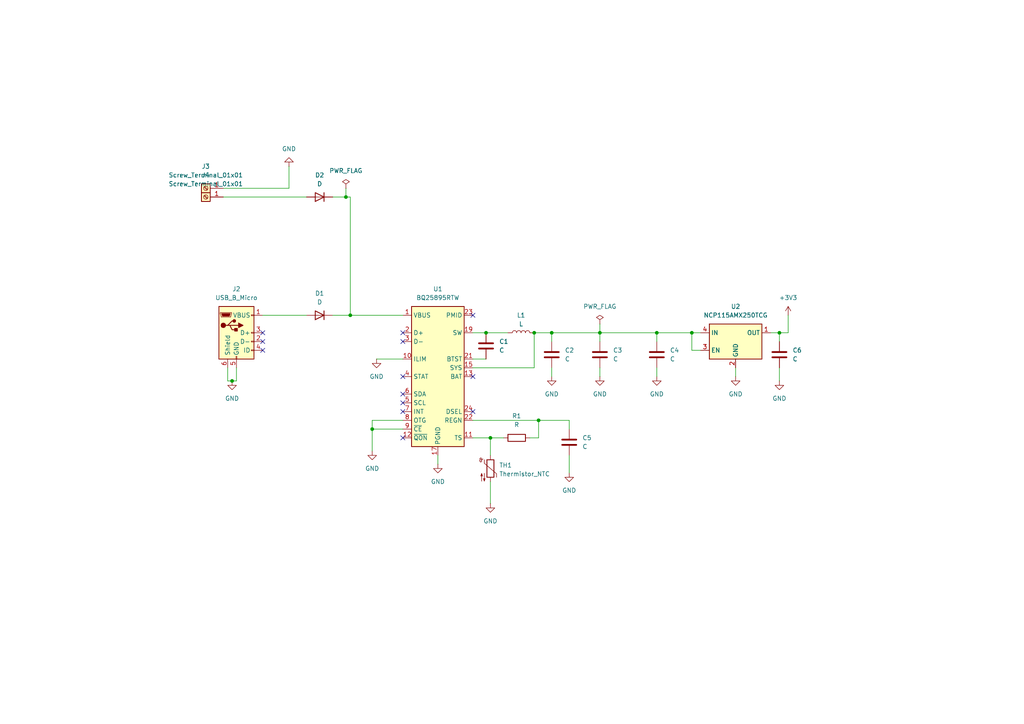
<source format=kicad_sch>
(kicad_sch (version 20250114) (generator "eeschema") (generator_version "9.0")
  (paper "A4")
  (lib_symbols
    (symbol "Battery_Management:BQ25895RTW"
      (property "Reference" "U" (at -5.08 22.86 0))
      (property "Value" "BQ25895RTW" (at 5.08 22.86 0))
      (symbol "BQ25895RTW_0_1"
        (rectangle (start -7.62 20.32) (end 7.62 -20.32) (stroke (width 0.254)) (fill (type background)))
      )
      (symbol "BQ25895RTW_1_1"
        (pin power_in line (at -10.16 17.78 0) (length 2.54) (name "VBUS") (number "1"))
        (pin bidirectional line (at -10.16 12.7 0) (length 2.54) (name "D+") (number "2"))
        (pin bidirectional line (at -10.16 10.16 0) (length 2.54) (name "D-") (number "3"))
        (pin passive line (at -10.16 5.08 0) (length 2.54) (name "ILIM") (number "10"))
        (pin open_collector line (at -10.16 0 0) (length 2.54) (name "STAT") (number "4"))
        (pin bidirectional line (at -10.16 -5.08 0) (length 2.54) (name "SDA") (number "6"))
        (pin input line (at -10.16 -7.62 0) (length 2.54) (name "SCL") (number "5"))
        (pin open_collector line (at -10.16 -10.16 0) (length 2.54) (name "INT") (number "7"))
        (pin input line (at -10.16 -12.7 0) (length 2.54) (name "OTG") (number "8"))
        (pin input line (at -10.16 -15.24 0) (length 2.54) (name "~{CE}") (number "9"))
        (pin input line (at -10.16 -17.78 0) (length 2.54) (name "~{QON}") (number "12"))
        (pin power_in line (at 0 -22.86 90) (length 2.54) (name "PGND") (number "17"))
        (pin passive line (at 0 -22.86 90) (length 2.54) (hide yes) (name "PGND") (number "18"))
        (pin passive line (at 0 -22.86 90) (length 2.54) (hide yes) (name "PGND") (number "25"))
        (pin power_out line (at 10.16 17.78 180) (length 2.54) (name "PMID") (number "23"))
        (pin power_out line (at 10.16 12.7 180) (length 2.54) (name "SW") (number "19"))
        (pin passive line (at 10.16 12.7 180) (length 2.54) (hide yes) (name "SW") (number "20"))
        (pin passive line (at 10.16 5.08 180) (length 2.54) (name "BTST") (number "21"))
        (pin passive line (at 10.16 2.54 180) (length 2.54) (name "SYS") (number "15"))
        (pin passive line (at 10.16 2.54 180) (length 2.54) (hide yes) (name "SYS") (number "16"))
        (pin passive line (at 10.16 0 180) (length 2.54) (name "BAT") (number "13"))
        (pin passive line (at 10.16 0 180) (length 2.54) (hide yes) (name "BAT") (number "14"))
        (pin open_collector line (at 10.16 -10.16 180) (length 2.54) (name "DSEL") (number "24"))
        (pin passive line (at 10.16 -12.7 180) (length 2.54) (name "REGN") (number "22"))
        (pin passive line (at 10.16 -17.78 180) (length 2.54) (name "TS") (number "11"))
      )
    )
    (symbol "Connector:Screw_Terminal_01x01" (pin_names (offset 1.016) (hide yes))
      (property "Reference" "J" (at 0 2.54 0))
      (property "Value" "Screw_Terminal_01x01" (at 0 -2.54 0))
      (symbol "Screw_Terminal_01x01_1_1"
        (rectangle (start -1.27 1.27) (end 1.27 -1.27) (stroke (width 0.254)) (fill (type background)))
        (polyline (pts (xy -0.5334 0.3302) (xy 0.3302 -0.508)) (stroke (width 0.1524)))
        (polyline (pts (xy -0.3556 0.508) (xy 0.508 -0.3302)) (stroke (width 0.1524)))
        (circle (center 0 0) (radius 0.635) (stroke (width 0.1524)))
        (pin passive line (at -5.08 0 0) (length 3.81) (name "Pin_1") (number "1"))
      )
    )
    (symbol "Connector:USB_B_Micro" (pin_names (offset 1.016))
      (property "Reference" "J" (at -5.08 11.43 0))
      (property "Value" "USB_B_Micro" (at -5.08 8.89 0))
      (symbol "USB_B_Micro_0_1"
        (rectangle (start -5.08 -7.62) (end 5.08 7.62) (stroke (width 0.254)) (fill (type background)))
        (polyline (pts (xy -4.699 5.842) (xy -4.699 5.588) (xy -4.445 4.826) (xy -4.445 4.572) (xy -1.651 4.572) (xy -1.651 4.826) (xy -1.397 5.588) (xy -1.397 5.842) (xy -4.699 5.842)))
        (polyline (pts (xy -4.318 5.588) (xy -1.778 5.588) (xy -2.032 4.826) (xy -4.064 4.826) (xy -4.318 5.588)) (fill (type outline)))
        (circle (center -3.81 2.159) (radius 0.635) (stroke (width 0.254)) (fill (type outline)))
        (polyline (pts (xy -3.175 2.159) (xy -2.54 2.159) (xy -1.27 3.429) (xy -0.635 3.429)) (stroke (width 0.254)))
        (polyline (pts (xy -2.54 2.159) (xy -1.905 2.159) (xy -1.27 0.889) (xy 0 0.889)) (stroke (width 0.254)))
        (polyline (pts (xy -1.905 2.159) (xy 0.635 2.159)) (stroke (width 0.254)))
        (circle (center -0.635 3.429) (radius 0.381) (stroke (width 0.254)) (fill (type outline)))
        (rectangle (start -0.127 -7.62) (end 0.127 -6.858))
        (rectangle (start 0.254 1.27) (end -0.508 0.508) (stroke (width 0.254)) (fill (type outline)))
        (polyline (pts (xy 0.635 2.794) (xy 0.635 1.524) (xy 1.905 2.159) (xy 0.635 2.794)) (stroke (width 0.254)) (fill (type outline)))
        (rectangle (start 5.08 4.953) (end 4.318 5.207))
        (rectangle (start 5.08 -0.127) (end 4.318 0.127))
        (rectangle (start 5.08 -2.667) (end 4.318 -2.413))
        (rectangle (start 5.08 -5.207) (end 4.318 -4.953))
      )
      (symbol "USB_B_Micro_1_1"
        (pin passive line (at -2.54 -10.16 90) (length 2.54) (name "Shield") (number "6"))
        (pin power_out line (at 0 -10.16 90) (length 2.54) (name "GND") (number "5"))
        (pin power_out line (at 7.62 5.08 180) (length 2.54) (name "VBUS") (number "1"))
        (pin bidirectional line (at 7.62 0 180) (length 2.54) (name "D+") (number "3"))
        (pin bidirectional line (at 7.62 -2.54 180) (length 2.54) (name "D-") (number "2"))
        (pin passive line (at 7.62 -5.08 180) (length 2.54) (name "ID") (number "4"))
      )
    )
    (symbol "Device:C" (pin_numbers (hide yes)) (pin_names (offset 0.254))
      (property "Reference" "C" (at 0.635 2.54 0))
      (property "Value" "C" (at 0.635 -2.54 0))
      (symbol "C_0_1"
        (polyline (pts (xy -2.032 0.762) (xy 2.032 0.762)) (stroke (width 0.508)))
        (polyline (pts (xy -2.032 -0.762) (xy 2.032 -0.762)) (stroke (width 0.508)))
      )
      (symbol "C_1_1"
        (pin passive line (at 0 3.81 270) (length 2.794) (name "~") (number "1"))
        (pin passive line (at 0 -3.81 90) (length 2.794) (name "~") (number "2"))
      )
    )
    (symbol "Device:D" (pin_numbers (hide yes)) (pin_names (offset 1.016) (hide yes))
      (property "Reference" "D" (at 0 2.54 0))
      (property "Value" "D" (at 0 -2.54 0))
      (symbol "D_0_1"
        (polyline (pts (xy -1.27 1.27) (xy -1.27 -1.27)) (stroke (width 0.254)))
        (polyline (pts (xy 1.27 1.27) (xy 1.27 -1.27) (xy -1.27 0) (xy 1.27 1.27)) (stroke (width 0.254)))
        (polyline (pts (xy 1.27 0) (xy -1.27 0)))
      )
      (symbol "D_1_1"
        (pin passive line (at -3.81 0 0) (length 2.54) (name "K") (number "1"))
        (pin passive line (at 3.81 0 180) (length 2.54) (name "A") (number "2"))
      )
    )
    (symbol "Device:L" (pin_numbers (hide yes)) (pin_names (offset 1.016) (hide yes))
      (property "Reference" "L" (at -1.27 0 90))
      (property "Value" "L" (at 1.905 0 90))
      (symbol "L_0_1"
        (arc (start 0 2.54) (mid 0.6323 1.905) (end 0 1.27))
        (arc (start 0 1.27) (mid 0.6323 0.635) (end 0 0))
        (arc (start 0 0) (mid 0.6323 -0.635) (end 0 -1.27))
        (arc (start 0 -1.27) (mid 0.6323 -1.905) (end 0 -2.54))
      )
      (symbol "L_1_1"
        (pin passive line (at 0 3.81 270) (length 1.27) (name "1") (number "1"))
        (pin passive line (at 0 -3.81 90) (length 1.27) (name "2") (number "2"))
      )
    )
    (symbol "Device:R" (pin_numbers (hide yes)) (pin_names (offset 0))
      (property "Reference" "R" (at 2.032 0 90))
      (property "Value" "R" (at 0 0 90))
      (symbol "R_0_1"
        (rectangle (start -1.016 -2.54) (end 1.016 2.54) (stroke (width 0.254)))
      )
      (symbol "R_1_1"
        (pin passive line (at 0 3.81 270) (length 1.27) (name "~") (number "1"))
        (pin passive line (at 0 -3.81 90) (length 1.27) (name "~") (number "2"))
      )
    )
    (symbol "Device:Thermistor_NTC" (pin_numbers (hide yes)) (pin_names (offset 0))
      (property "Reference" "TH" (at -4.445 0 90))
      (property "Value" "Thermistor_NTC" (at 3.175 0 90))
      (symbol "Thermistor_NTC_0_1"
        (arc (start -3.175 2.413) (mid -3.0506 2.3165) (end -3.048 2.159))
        (arc (start -3.048 2.794) (mid -2.9736 2.9736) (end -2.794 3.048))
        (arc (start -2.794 3.048) (mid -2.6144 2.9736) (end -2.54 2.794))
        (arc (start -2.794 2.54) (mid -2.9736 2.6144) (end -3.048 2.794))
        (arc (start -2.794 1.905) (mid -2.9736 1.9794) (end -3.048 2.159))
        (arc (start -2.54 2.159) (mid -2.6144 1.9794) (end -2.794 1.905))
        (arc (start -2.159 2.794) (mid -2.434 2.5608) (end -2.794 2.54))
        (polyline (pts (xy -2.54 2.159) (xy -2.54 2.794)))
        (polyline (pts (xy -2.54 -3.683) (xy -2.54 -1.397) (xy -2.794 -2.159) (xy -2.286 -2.159) (xy -2.54 -1.397) (xy -2.54 -1.651)) (fill (type outline)))
        (polyline (pts (xy -1.778 2.54) (xy -1.778 1.524) (xy 1.778 -1.524) (xy 1.778 -2.54)))
        (polyline (pts (xy -1.778 -1.397) (xy -1.778 -3.683) (xy -2.032 -2.921) (xy -1.524 -2.921) (xy -1.778 -3.683) (xy -1.778 -3.429)) (fill (type outline)))
        (rectangle (start -1.016 2.54) (end 1.016 -2.54) (stroke (width 0.254)))
      )
      (symbol "Thermistor_NTC_1_1"
        (pin passive line (at 0 3.81 270) (length 1.27) (name "~") (number "1"))
        (pin passive line (at 0 -3.81 90) (length 1.27) (name "~") (number "2"))
      )
    )
    (symbol "Regulator_Linear:NCP115AMX250TCG"
      (property "Reference" "U" (at 2.54 10.16 0))
      (property "Value" "NCP115AMX250TCG" (at 10.16 7.62 0))
      (symbol "NCP115AMX250TCG_0_1"
        (rectangle (start -7.62 5.08) (end 7.62 -5.08) (stroke (width 0.254)) (fill (type background)))
      )
      (symbol "NCP115AMX250TCG_1_1"
        (pin power_in line (at -10.16 2.54 0) (length 2.54) (name "IN") (number "4"))
        (pin input line (at -10.16 -2.54 0) (length 2.54) (name "EN") (number "3"))
        (pin power_in line (at 0 -7.62 90) (length 2.54) (name "GND") (number "2"))
        (pin passive line (at 0 -7.62 90) (length 2.54) (hide yes) (name "GND") (number "5"))
        (pin power_out line (at 10.16 2.54 180) (length 2.54) (name "OUT") (number "1"))
      )
    )
    (symbol "power:+3V3" (power) (pin_numbers (hide yes)) (pin_names (offset 0) (hide yes))
      (property "Value" "+3V3" (at 0 3.556 0))
      (symbol "+3V3_0_1"
        (polyline (pts (xy -0.762 1.27) (xy 0 2.54)))
        (polyline (pts (xy 0 2.54) (xy 0.762 1.27)))
        (polyline (pts (xy 0 0) (xy 0 2.54)))
      )
      (symbol "+3V3_1_1"
        (pin power_in line (at 0 0 90) (length 0) (name "~") (number "1"))
      )
    )
    (symbol "power:GND" (power) (pin_numbers (hide yes)) (pin_names (offset 0) (hide yes))
      (property "Value" "GND" (at 0 -3.81 0))
      (symbol "GND_0_1"
        (polyline (pts (xy 0 0) (xy 0 -1.27) (xy 1.27 -1.27) (xy 0 -2.54) (xy -1.27 -1.27) (xy 0 -1.27)))
      )
      (symbol "GND_1_1"
        (pin power_in line (at 0 0 270) (length 0) (name "~") (number "1"))
      )
    )
    (symbol "power:PWR_FLAG" (power) (pin_numbers (hide yes)) (pin_names (offset 0) (hide yes))
      (property "Value" "PWR_FLAG" (at 0 3.81 0))
      (symbol "PWR_FLAG_0_0"
        (pin power_out line (at 0 0 90) (length 0) (name "~") (number "1"))
      )
      (symbol "PWR_FLAG_0_1"
        (polyline (pts (xy 0 0) (xy 0 1.27) (xy -1.016 1.905) (xy 0 2.54) (xy 1.016 1.905) (xy 0 1.27)))
      )
    )
  )
  (junction (at 101.6 91.44))
  (junction (at 160.02 96.52))
  (junction (at 154.94 96.52))
  (junction (at 190.5 96.52))
  (junction (at 67.31 110.49))
  (junction (at 142.24 127))
  (junction (at 156.21 121.92))
  (junction (at 200.66 96.52))
  (junction (at 140.97 96.52))
  (junction (at 226.06 96.52))
  (junction (at 173.99 96.52))
  (junction (at 100.33 57.15))
  (junction (at 107.95 124.46))
  (no_connect (at 137.16 91.44))
  (no_connect (at 116.84 109.22))
  (no_connect (at 116.84 127))
  (no_connect (at 116.84 99.06))
  (no_connect (at 137.16 119.38))
  (no_connect (at 76.2 101.6))
  (no_connect (at 76.2 96.52))
  (no_connect (at 116.84 114.3))
  (no_connect (at 76.2 99.06))
  (no_connect (at 137.16 109.22))
  (no_connect (at 116.84 96.52))
  (no_connect (at 116.84 119.38))
  (no_connect (at 116.84 116.84))
  (wire (pts (xy 213.36 106.68) (xy 213.36 109.22)))
  (wire (pts (xy 66.04 106.68) (xy 66.04 110.49)))
  (wire (pts (xy 101.6 57.15) (xy 101.6 91.44)))
  (wire (pts (xy 226.06 106.68) (xy 226.06 110.49)))
  (wire (pts (xy 173.99 99.06) (xy 173.99 96.52)))
  (wire (pts (xy 116.84 124.46) (xy 107.95 124.46)))
  (wire (pts (xy 107.95 121.92) (xy 107.95 124.46)))
  (wire (pts (xy 140.97 96.52) (xy 147.32 96.52)))
  (wire (pts (xy 83.82 54.61) (xy 83.82 48.26)))
  (wire (pts (xy 64.77 54.61) (xy 83.82 54.61)))
  (wire (pts (xy 173.99 93.98) (xy 173.99 96.52)))
  (wire (pts (xy 203.2 101.6) (xy 200.66 101.6)))
  (wire (pts (xy 156.21 121.92) (xy 165.1 121.92)))
  (wire (pts (xy 137.16 127) (xy 142.24 127)))
  (wire (pts (xy 160.02 106.68) (xy 160.02 109.22)))
  (wire (pts (xy 137.16 106.68) (xy 154.94 106.68)))
  (wire (pts (xy 137.16 96.52) (xy 140.97 96.52)))
  (wire (pts (xy 96.52 57.15) (xy 100.33 57.15)))
  (wire (pts (xy 190.5 96.52) (xy 200.66 96.52)))
  (wire (pts (xy 137.16 104.14) (xy 140.97 104.14)))
  (wire (pts (xy 154.94 106.68) (xy 154.94 96.52)))
  (wire (pts (xy 153.67 127) (xy 156.21 127)))
  (wire (pts (xy 156.21 127) (xy 156.21 121.92)))
  (wire (pts (xy 223.52 96.52) (xy 226.06 96.52)))
  (wire (pts (xy 226.06 96.52) (xy 226.06 99.06)))
  (wire (pts (xy 228.6 96.52) (xy 228.6 91.44)))
  (wire (pts (xy 64.77 57.15) (xy 88.9 57.15)))
  (wire (pts (xy 160.02 96.52) (xy 173.99 96.52)))
  (wire (pts (xy 100.33 54.61) (xy 100.33 57.15)))
  (wire (pts (xy 116.84 121.92) (xy 107.95 121.92)))
  (wire (pts (xy 142.24 127) (xy 146.05 127)))
  (wire (pts (xy 76.2 91.44) (xy 88.9 91.44)))
  (wire (pts (xy 101.6 91.44) (xy 116.84 91.44)))
  (wire (pts (xy 67.31 110.49) (xy 68.58 110.49)))
  (wire (pts (xy 190.5 106.68) (xy 190.5 109.22)))
  (wire (pts (xy 142.24 127) (xy 142.24 132.08)))
  (wire (pts (xy 66.04 110.49) (xy 67.31 110.49)))
  (wire (pts (xy 100.33 57.15) (xy 101.6 57.15)))
  (wire (pts (xy 96.52 91.44) (xy 101.6 91.44)))
  (wire (pts (xy 190.5 96.52) (xy 190.5 99.06)))
  (wire (pts (xy 173.99 96.52) (xy 190.5 96.52)))
  (wire (pts (xy 142.24 139.7) (xy 142.24 146.05)))
  (wire (pts (xy 200.66 96.52) (xy 203.2 96.52)))
  (wire (pts (xy 173.99 106.68) (xy 173.99 109.22)))
  (wire (pts (xy 165.1 121.92) (xy 165.1 124.46)))
  (wire (pts (xy 109.22 104.14) (xy 116.84 104.14)))
  (wire (pts (xy 137.16 121.92) (xy 156.21 121.92)))
  (wire (pts (xy 226.06 96.52) (xy 228.6 96.52)))
  (wire (pts (xy 68.58 110.49) (xy 68.58 106.68)))
  (wire (pts (xy 165.1 132.08) (xy 165.1 137.16)))
  (wire (pts (xy 200.66 101.6) (xy 200.66 96.52)))
  (wire (pts (xy 127 132.08) (xy 127 134.62)))
  (wire (pts (xy 160.02 96.52) (xy 160.02 99.06)))
  (wire (pts (xy 107.95 124.46) (xy 107.95 130.81)))
  (wire (pts (xy 154.94 96.52) (xy 160.02 96.52)))
  (symbol (lib_id "power:GND") (at 213.36 109.22 0) (unit 1)
    (property "Reference" "#PWR010" (effects (hide yes)))
    (property "Value" "GND" (at 213.36 114.3 0))
    (property "Description" "Power symbol creates a global label with name \"GND\" , ground" (effects (hide yes)))
  )
  (symbol (lib_id "Device:L") (at 151.13 96.52 90) (unit 1)
    (property "Reference" "L1" (at 151.13 91.44 90))
    (property "Value" "L" (at 151.13 93.98 90))
    (property "Footprint" "Inductor_SMD:L_12x12mm_H8mm" (effects (hide yes)))
    (property "Description" "Inductor" (effects (hide yes)))
  )
  (symbol (lib_id "power:PWR_FLAG") (at 100.33 54.61 0) (unit 1)
    (property "Reference" "#FLG01" (effects (hide yes)))
    (property "Value" "PWR_FLAG" (at 100.33 49.53 0))
    (property "Description" "Special symbol for telling ERC where power comes from" (effects (hide yes)))
  )
  (symbol (lib_id "power:GND") (at 165.1 137.16 0) (unit 1)
    (property "Reference" "#PWR06" (effects (hide yes)))
    (property "Value" "GND" (at 165.1 142.24 0))
    (property "Description" "Power symbol creates a global label with name \"GND\" , ground" (effects (hide yes)))
  )
  (symbol (lib_id "power:GND") (at 83.82 48.26 180) (unit 1)
    (property "Reference" "#PWR01" (effects (hide yes)))
    (property "Value" "GND" (at 83.82 43.18 0))
    (property "Description" "Power symbol creates a global label with name \"GND\" , ground" (effects (hide yes)))
  )
  (symbol (lib_id "Device:C") (at 190.5 102.87 0) (unit 1)
    (property "Reference" "C4" (at 194.31 101.5999 0) (effects (justify left)))
    (property "Value" "C" (at 194.31 104.1399 0) (effects (justify left)))
    (property "Footprint" "Capacitor_SMD:C_0805_2012Metric" (effects (hide yes)))
    (property "Description" "Unpolarized capacitor" (effects (hide yes)))
  )
  (symbol (lib_id "power:GND") (at 67.31 110.49 0) (unit 1)
    (property "Reference" "#PWR02" (effects (hide yes)))
    (property "Value" "GND" (at 67.31 115.57 0))
    (property "Description" "Power symbol creates a global label with name \"GND\" , ground" (effects (hide yes)))
  )
  (symbol (lib_id "power:GND") (at 142.24 146.05 0) (unit 1)
    (property "Reference" "#PWR05" (effects (hide yes)))
    (property "Value" "GND" (at 142.24 151.13 0))
    (property "Description" "Power symbol creates a global label with name \"GND\" , ground" (effects (hide yes)))
  )
  (symbol (lib_id "power:GND") (at 173.99 109.22 0) (unit 1)
    (property "Reference" "#PWR08" (effects (hide yes)))
    (property "Value" "GND" (at 173.99 114.3 0))
    (property "Description" "Power symbol creates a global label with name \"GND\" , ground" (effects (hide yes)))
  )
  (symbol (lib_id "power:GND") (at 190.5 109.22 0) (unit 1)
    (property "Reference" "#PWR09" (effects (hide yes)))
    (property "Value" "GND" (at 190.5 114.3 0))
    (property "Description" "Power symbol creates a global label with name \"GND\" , ground" (effects (hide yes)))
  )
  (symbol (lib_id "power:PWR_FLAG") (at 173.99 93.98 0) (unit 1)
    (property "Reference" "#FLG02" (effects (hide yes)))
    (property "Value" "PWR_FLAG" (at 173.99 88.9 0))
    (property "Description" "Special symbol for telling ERC where power comes from" (effects (hide yes)))
  )
  (symbol (lib_id "power:+3V3") (at 228.6 91.44 0) (unit 1)
    (property "Reference" "#PWR011" (effects (hide yes)))
    (property "Value" "+3V3" (at 228.6 86.36 0))
    (property "Description" "Power symbol creates a global label with name \"+3V3\"" (effects (hide yes)))
  )
  (symbol (lib_id "Device:C") (at 165.1 128.27 0) (unit 1)
    (property "Reference" "C5" (at 168.91 126.9999 0) (effects (justify left)))
    (property "Value" "C" (at 168.91 129.5399 0) (effects (justify left)))
    (property "Footprint" "Capacitor_SMD:C_0805_2012Metric" (effects (hide yes)))
    (property "Description" "Unpolarized capacitor" (effects (hide yes)))
  )
  (symbol (lib_id "Battery_Management:BQ25895RTW") (at 127 109.22 0) (unit 1)
    (property "Reference" "U1" (at 127 83.82 0))
    (property "Value" "BQ25895RTW" (at 127 86.36 0))
    (property "Footprint" "Package_DFN_QFN:Texas_RTW_WQFN-24-1EP_4x4mm_P0.5mm_EP2.7x2.7mm_ThermalVias" (effects (hide yes)))
    (property "Datasheet" "http://www.ti.com/lit/ds/symlink/bq25895.pdf" (effects (hide yes)))
    (property "Description" "Controlled Single Cell 5A Fast Charger with MaxCharge, WQFN-24" (effects (hide yes)))
  )
  (symbol (lib_id "power:GND") (at 107.95 130.81 0) (unit 1)
    (property "Reference" "#PWR04" (effects (hide yes)))
    (property "Value" "GND" (at 107.95 135.89 0))
    (property "Description" "Power symbol creates a global label with name \"GND\" , ground" (effects (hide yes)))
  )
  (symbol (lib_id "Connector:USB_B_Micro") (at 68.58 96.52 0) (unit 1)
    (property "Reference" "J2" (at 68.58 83.82 0))
    (property "Value" "USB_B_Micro" (at 68.58 86.36 0))
    (property "Footprint" "Connector_USB:USB_A_Connfly_DS1095" (effects (hide yes)))
    (property "Description" "USB Micro Type B connector" (effects (hide yes)))
  )
  (symbol (lib_id "Device:C") (at 160.02 102.87 0) (unit 1)
    (property "Reference" "C2" (at 163.83 101.5999 0) (effects (justify left)))
    (property "Value" "C" (at 163.83 104.1399 0) (effects (justify left)))
    (property "Footprint" "Capacitor_SMD:C_0402_1005Metric" (effects (hide yes)))
    (property "Description" "Unpolarized capacitor" (effects (hide yes)))
  )
  (symbol (lib_id "power:GND") (at 160.02 109.22 0) (unit 1)
    (property "Reference" "#PWR07" (effects (hide yes)))
    (property "Value" "GND" (at 160.02 114.3 0))
    (property "Description" "Power symbol creates a global label with name \"GND\" , ground" (effects (hide yes)))
  )
  (symbol (lib_id "Device:D") (at 92.71 91.44 180) (unit 1)
    (property "Reference" "D1" (at 92.71 85.09 0))
    (property "Value" "D" (at 92.71 87.63 0))
    (property "Footprint" "Diode_SMD:D_0603_1608Metric" (effects (hide yes)))
    (property "Description" "Diode" (effects (hide yes)))
    (property "Sim.Device" "D" (effects (hide yes)))
    (property "Sim.Pins" "1=K 2=A" (effects (hide yes)))
  )
  (symbol (lib_id "Device:C") (at 140.97 100.33 0) (unit 1)
    (property "Reference" "C1" (at 144.78 99.0599 0) (effects (justify left)))
    (property "Value" "C" (at 144.78 101.5999 0) (effects (justify left)))
    (property "Footprint" "Capacitor_SMD:C_0504_1310Metric" (effects (hide yes)))
    (property "Description" "Unpolarized capacitor" (effects (hide yes)))
  )
  (symbol (lib_id "Device:Thermistor_NTC") (at 142.24 135.89 0) (unit 1)
    (property "Reference" "TH1" (at 144.78 134.9374 0) (effects (justify left)))
    (property "Value" "Thermistor_NTC" (at 144.78 137.4774 0) (effects (justify left)))
    (property "Footprint" "OptoDevice:R_LDR_12x10.8mm_P9.0mm_Vertical" (effects (hide yes)))
    (property "Description" "Temperature dependent resistor, negative temperature coefficient" (effects (hide yes)))
  )
  (symbol (lib_id "Device:C") (at 173.99 102.87 0) (unit 1)
    (property "Reference" "C3" (at 177.8 101.5999 0) (effects (justify left)))
    (property "Value" "C" (at 177.8 104.1399 0) (effects (justify left)))
    (property "Footprint" "Capacitor_SMD:C_0504_1310Metric_Pad0.83x1.28mm_HandSolder" (effects (hide yes)))
    (property "Description" "Unpolarized capacitor" (effects (hide yes)))
  )
  (symbol (lib_id "Connector:Screw_Terminal_01x01") (at 59.69 54.61 180) (unit 1)
    (property "Reference" "J3" (at 59.69 48.26 0))
    (property "Value" "Screw_Terminal_01x01" (at 59.69 50.8 0))
    (property "Footprint" "TerminalBlock:TerminalBlock_MaiXu_MX126-5.0-02P_1x02_P5.00mm" (effects (hide yes)))
    (property "Description" "Generic screw terminal, single row, 01x01, script generated (kicad-library-utils/schlib/autogen/connector/)" (effects (hide yes)))
  )
  (symbol (lib_id "power:GND") (at 127 134.62 0) (unit 1)
    (property "Reference" "#PWR013" (effects (hide yes)))
    (property "Value" "GND" (at 127 139.7 0))
    (property "Description" "Power symbol creates a global label with name \"GND\" , ground" (effects (hide yes)))
  )
  (symbol (lib_id "Device:D") (at 92.71 57.15 180) (unit 1)
    (property "Reference" "D2" (at 92.71 50.8 0))
    (property "Value" "D" (at 92.71 53.34 0))
    (property "Footprint" "Diode_SMD:D_0805_2012Metric_Pad1.15x1.40mm_HandSolder" (effects (hide yes)))
    (property "Description" "Diode" (effects (hide yes)))
    (property "Sim.Device" "D" (effects (hide yes)))
    (property "Sim.Pins" "1=K 2=A" (effects (hide yes)))
  )
  (symbol (lib_id "power:GND") (at 109.22 104.14 0) (unit 1)
    (property "Reference" "#PWR03" (effects (hide yes)))
    (property "Value" "GND" (at 109.22 109.22 0))
    (property "Description" "Power symbol creates a global label with name \"GND\" , ground" (effects (hide yes)))
  )
  (symbol (lib_id "Device:C") (at 226.06 102.87 0) (unit 1)
    (property "Reference" "C6" (at 229.87 101.5999 0) (effects (justify left)))
    (property "Value" "C" (at 229.87 104.1399 0) (effects (justify left)))
    (property "Footprint" "Capacitor_SMD:C_0603_1608Metric" (effects (hide yes)))
    (property "Description" "Unpolarized capacitor" (effects (hide yes)))
  )
  (symbol (lib_id "Connector:Screw_Terminal_01x01") (at 59.69 57.15 180) (unit 1)
    (property "Reference" "J4" (at 59.69 50.8 0))
    (property "Value" "Screw_Terminal_01x01" (at 59.69 53.34 0))
    (property "Footprint" "TerminalBlock:TerminalBlock_MaiXu_MX126-5.0-05P_1x05_P5.00mm" (effects (hide yes)))
    (property "Description" "Generic screw terminal, single row, 01x01, script generated (kicad-library-utils/schlib/autogen/connector/)" (effects (hide yes)))
  )
  (symbol (lib_id "Device:R") (at 149.86 127 90) (unit 1)
    (property "Reference" "R1" (at 149.86 120.65 90))
    (property "Value" "R" (at 149.86 123.19 90))
    (property "Footprint" "Resistor_SMD:R_0603_1608Metric" (effects (hide yes)))
    (property "Description" "Resistor" (effects (hide yes)))
  )
  (symbol (lib_id "power:GND") (at 226.06 110.49 0) (unit 1)
    (property "Reference" "#PWR012" (effects (hide yes)))
    (property "Value" "GND" (at 226.06 115.57 0))
    (property "Description" "Power symbol creates a global label with name \"GND\" , ground" (effects (hide yes)))
  )
  (symbol (lib_id "Regulator_Linear:NCP115AMX250TCG") (at 213.36 99.06 0) (unit 1)
    (property "Reference" "U2" (at 213.36 88.9 0))
    (property "Value" "NCP115AMX250TCG" (at 213.36 91.44 0))
    (property "Footprint" "Package_DFN_QFN:OnSemi_XDFN4-1EP_1.0x1.0mm_EP0.52x0.52mm" (effects (hide yes)))
    (property "Datasheet" "https://www.onsemi.com/pub/Collateral/NCP115-D.PDF" (effects (hide yes)))
    (property "Description" "300mA Low-Dropout Linear Regulators, 2.5V output voltage, LDO with low noise and enable pin, XDFN-4" (effects (hide yes)))
  )
)
</source>
